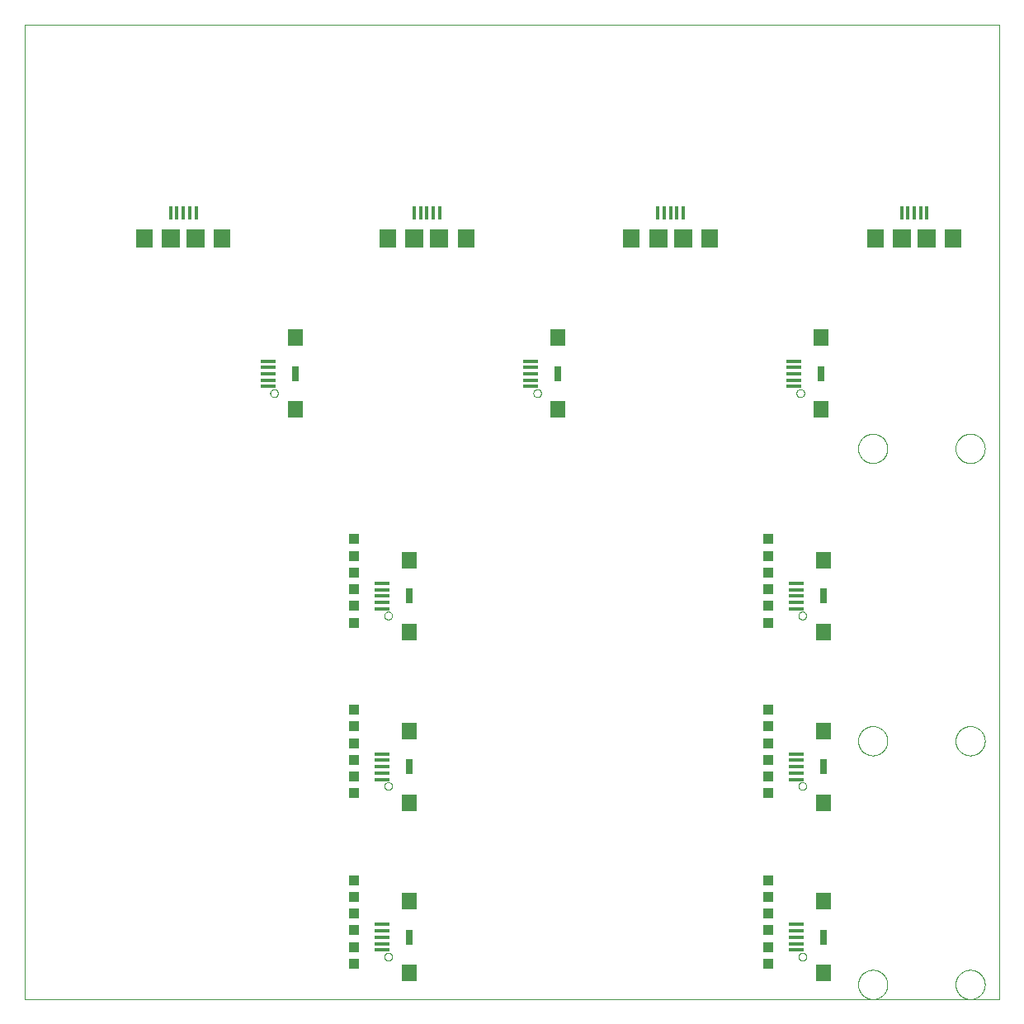
<source format=gbp>
G75*
%MOIN*%
%OFA0B0*%
%FSLAX25Y25*%
%IPPOS*%
%LPD*%
%AMOC8*
5,1,8,0,0,1.08239X$1,22.5*
%
%ADD10C,0.00394*%
%ADD11C,0.00000*%
%ADD12R,0.03937X0.04331*%
%ADD13R,0.06299X0.01575*%
%ADD14R,0.05906X0.07087*%
%ADD15R,0.02756X0.05906*%
%ADD16R,0.01378X0.05512*%
%ADD17R,0.07087X0.07480*%
%ADD18R,0.07480X0.07480*%
D10*
X0004937Y0004937D02*
X0398638Y0004937D01*
X0398638Y0398638D01*
X0004937Y0398638D01*
X0004937Y0004937D01*
D11*
X0150118Y0022063D02*
X0150120Y0022142D01*
X0150126Y0022221D01*
X0150136Y0022300D01*
X0150150Y0022378D01*
X0150167Y0022455D01*
X0150189Y0022531D01*
X0150214Y0022606D01*
X0150244Y0022679D01*
X0150276Y0022751D01*
X0150313Y0022822D01*
X0150353Y0022890D01*
X0150396Y0022956D01*
X0150442Y0023020D01*
X0150492Y0023082D01*
X0150545Y0023141D01*
X0150600Y0023197D01*
X0150659Y0023251D01*
X0150720Y0023301D01*
X0150783Y0023349D01*
X0150849Y0023393D01*
X0150917Y0023434D01*
X0150987Y0023471D01*
X0151058Y0023505D01*
X0151132Y0023535D01*
X0151206Y0023561D01*
X0151282Y0023583D01*
X0151359Y0023602D01*
X0151437Y0023617D01*
X0151515Y0023628D01*
X0151594Y0023635D01*
X0151673Y0023638D01*
X0151752Y0023637D01*
X0151831Y0023632D01*
X0151910Y0023623D01*
X0151988Y0023610D01*
X0152065Y0023593D01*
X0152142Y0023573D01*
X0152217Y0023548D01*
X0152291Y0023520D01*
X0152364Y0023488D01*
X0152434Y0023453D01*
X0152503Y0023414D01*
X0152570Y0023371D01*
X0152635Y0023325D01*
X0152697Y0023277D01*
X0152757Y0023225D01*
X0152814Y0023170D01*
X0152868Y0023112D01*
X0152919Y0023052D01*
X0152967Y0022989D01*
X0153012Y0022924D01*
X0153054Y0022856D01*
X0153092Y0022787D01*
X0153126Y0022716D01*
X0153157Y0022643D01*
X0153185Y0022568D01*
X0153208Y0022493D01*
X0153228Y0022416D01*
X0153244Y0022339D01*
X0153256Y0022260D01*
X0153264Y0022182D01*
X0153268Y0022103D01*
X0153268Y0022023D01*
X0153264Y0021944D01*
X0153256Y0021866D01*
X0153244Y0021787D01*
X0153228Y0021710D01*
X0153208Y0021633D01*
X0153185Y0021558D01*
X0153157Y0021483D01*
X0153126Y0021410D01*
X0153092Y0021339D01*
X0153054Y0021270D01*
X0153012Y0021202D01*
X0152967Y0021137D01*
X0152919Y0021074D01*
X0152868Y0021014D01*
X0152814Y0020956D01*
X0152757Y0020901D01*
X0152697Y0020849D01*
X0152635Y0020801D01*
X0152570Y0020755D01*
X0152503Y0020712D01*
X0152434Y0020673D01*
X0152364Y0020638D01*
X0152291Y0020606D01*
X0152217Y0020578D01*
X0152142Y0020553D01*
X0152065Y0020533D01*
X0151988Y0020516D01*
X0151910Y0020503D01*
X0151831Y0020494D01*
X0151752Y0020489D01*
X0151673Y0020488D01*
X0151594Y0020491D01*
X0151515Y0020498D01*
X0151437Y0020509D01*
X0151359Y0020524D01*
X0151282Y0020543D01*
X0151206Y0020565D01*
X0151132Y0020591D01*
X0151058Y0020621D01*
X0150987Y0020655D01*
X0150917Y0020692D01*
X0150849Y0020733D01*
X0150783Y0020777D01*
X0150720Y0020825D01*
X0150659Y0020875D01*
X0150600Y0020929D01*
X0150545Y0020985D01*
X0150492Y0021044D01*
X0150442Y0021106D01*
X0150396Y0021170D01*
X0150353Y0021236D01*
X0150313Y0021304D01*
X0150276Y0021375D01*
X0150244Y0021447D01*
X0150214Y0021520D01*
X0150189Y0021595D01*
X0150167Y0021671D01*
X0150150Y0021748D01*
X0150136Y0021826D01*
X0150126Y0021905D01*
X0150120Y0021984D01*
X0150118Y0022063D01*
X0150118Y0090961D02*
X0150120Y0091040D01*
X0150126Y0091119D01*
X0150136Y0091198D01*
X0150150Y0091276D01*
X0150167Y0091353D01*
X0150189Y0091429D01*
X0150214Y0091504D01*
X0150244Y0091577D01*
X0150276Y0091649D01*
X0150313Y0091720D01*
X0150353Y0091788D01*
X0150396Y0091854D01*
X0150442Y0091918D01*
X0150492Y0091980D01*
X0150545Y0092039D01*
X0150600Y0092095D01*
X0150659Y0092149D01*
X0150720Y0092199D01*
X0150783Y0092247D01*
X0150849Y0092291D01*
X0150917Y0092332D01*
X0150987Y0092369D01*
X0151058Y0092403D01*
X0151132Y0092433D01*
X0151206Y0092459D01*
X0151282Y0092481D01*
X0151359Y0092500D01*
X0151437Y0092515D01*
X0151515Y0092526D01*
X0151594Y0092533D01*
X0151673Y0092536D01*
X0151752Y0092535D01*
X0151831Y0092530D01*
X0151910Y0092521D01*
X0151988Y0092508D01*
X0152065Y0092491D01*
X0152142Y0092471D01*
X0152217Y0092446D01*
X0152291Y0092418D01*
X0152364Y0092386D01*
X0152434Y0092351D01*
X0152503Y0092312D01*
X0152570Y0092269D01*
X0152635Y0092223D01*
X0152697Y0092175D01*
X0152757Y0092123D01*
X0152814Y0092068D01*
X0152868Y0092010D01*
X0152919Y0091950D01*
X0152967Y0091887D01*
X0153012Y0091822D01*
X0153054Y0091754D01*
X0153092Y0091685D01*
X0153126Y0091614D01*
X0153157Y0091541D01*
X0153185Y0091466D01*
X0153208Y0091391D01*
X0153228Y0091314D01*
X0153244Y0091237D01*
X0153256Y0091158D01*
X0153264Y0091080D01*
X0153268Y0091001D01*
X0153268Y0090921D01*
X0153264Y0090842D01*
X0153256Y0090764D01*
X0153244Y0090685D01*
X0153228Y0090608D01*
X0153208Y0090531D01*
X0153185Y0090456D01*
X0153157Y0090381D01*
X0153126Y0090308D01*
X0153092Y0090237D01*
X0153054Y0090168D01*
X0153012Y0090100D01*
X0152967Y0090035D01*
X0152919Y0089972D01*
X0152868Y0089912D01*
X0152814Y0089854D01*
X0152757Y0089799D01*
X0152697Y0089747D01*
X0152635Y0089699D01*
X0152570Y0089653D01*
X0152503Y0089610D01*
X0152434Y0089571D01*
X0152364Y0089536D01*
X0152291Y0089504D01*
X0152217Y0089476D01*
X0152142Y0089451D01*
X0152065Y0089431D01*
X0151988Y0089414D01*
X0151910Y0089401D01*
X0151831Y0089392D01*
X0151752Y0089387D01*
X0151673Y0089386D01*
X0151594Y0089389D01*
X0151515Y0089396D01*
X0151437Y0089407D01*
X0151359Y0089422D01*
X0151282Y0089441D01*
X0151206Y0089463D01*
X0151132Y0089489D01*
X0151058Y0089519D01*
X0150987Y0089553D01*
X0150917Y0089590D01*
X0150849Y0089631D01*
X0150783Y0089675D01*
X0150720Y0089723D01*
X0150659Y0089773D01*
X0150600Y0089827D01*
X0150545Y0089883D01*
X0150492Y0089942D01*
X0150442Y0090004D01*
X0150396Y0090068D01*
X0150353Y0090134D01*
X0150313Y0090202D01*
X0150276Y0090273D01*
X0150244Y0090345D01*
X0150214Y0090418D01*
X0150189Y0090493D01*
X0150167Y0090569D01*
X0150150Y0090646D01*
X0150136Y0090724D01*
X0150126Y0090803D01*
X0150120Y0090882D01*
X0150118Y0090961D01*
X0150118Y0159858D02*
X0150120Y0159937D01*
X0150126Y0160016D01*
X0150136Y0160095D01*
X0150150Y0160173D01*
X0150167Y0160250D01*
X0150189Y0160326D01*
X0150214Y0160401D01*
X0150244Y0160474D01*
X0150276Y0160546D01*
X0150313Y0160617D01*
X0150353Y0160685D01*
X0150396Y0160751D01*
X0150442Y0160815D01*
X0150492Y0160877D01*
X0150545Y0160936D01*
X0150600Y0160992D01*
X0150659Y0161046D01*
X0150720Y0161096D01*
X0150783Y0161144D01*
X0150849Y0161188D01*
X0150917Y0161229D01*
X0150987Y0161266D01*
X0151058Y0161300D01*
X0151132Y0161330D01*
X0151206Y0161356D01*
X0151282Y0161378D01*
X0151359Y0161397D01*
X0151437Y0161412D01*
X0151515Y0161423D01*
X0151594Y0161430D01*
X0151673Y0161433D01*
X0151752Y0161432D01*
X0151831Y0161427D01*
X0151910Y0161418D01*
X0151988Y0161405D01*
X0152065Y0161388D01*
X0152142Y0161368D01*
X0152217Y0161343D01*
X0152291Y0161315D01*
X0152364Y0161283D01*
X0152434Y0161248D01*
X0152503Y0161209D01*
X0152570Y0161166D01*
X0152635Y0161120D01*
X0152697Y0161072D01*
X0152757Y0161020D01*
X0152814Y0160965D01*
X0152868Y0160907D01*
X0152919Y0160847D01*
X0152967Y0160784D01*
X0153012Y0160719D01*
X0153054Y0160651D01*
X0153092Y0160582D01*
X0153126Y0160511D01*
X0153157Y0160438D01*
X0153185Y0160363D01*
X0153208Y0160288D01*
X0153228Y0160211D01*
X0153244Y0160134D01*
X0153256Y0160055D01*
X0153264Y0159977D01*
X0153268Y0159898D01*
X0153268Y0159818D01*
X0153264Y0159739D01*
X0153256Y0159661D01*
X0153244Y0159582D01*
X0153228Y0159505D01*
X0153208Y0159428D01*
X0153185Y0159353D01*
X0153157Y0159278D01*
X0153126Y0159205D01*
X0153092Y0159134D01*
X0153054Y0159065D01*
X0153012Y0158997D01*
X0152967Y0158932D01*
X0152919Y0158869D01*
X0152868Y0158809D01*
X0152814Y0158751D01*
X0152757Y0158696D01*
X0152697Y0158644D01*
X0152635Y0158596D01*
X0152570Y0158550D01*
X0152503Y0158507D01*
X0152434Y0158468D01*
X0152364Y0158433D01*
X0152291Y0158401D01*
X0152217Y0158373D01*
X0152142Y0158348D01*
X0152065Y0158328D01*
X0151988Y0158311D01*
X0151910Y0158298D01*
X0151831Y0158289D01*
X0151752Y0158284D01*
X0151673Y0158283D01*
X0151594Y0158286D01*
X0151515Y0158293D01*
X0151437Y0158304D01*
X0151359Y0158319D01*
X0151282Y0158338D01*
X0151206Y0158360D01*
X0151132Y0158386D01*
X0151058Y0158416D01*
X0150987Y0158450D01*
X0150917Y0158487D01*
X0150849Y0158528D01*
X0150783Y0158572D01*
X0150720Y0158620D01*
X0150659Y0158670D01*
X0150600Y0158724D01*
X0150545Y0158780D01*
X0150492Y0158839D01*
X0150442Y0158901D01*
X0150396Y0158965D01*
X0150353Y0159031D01*
X0150313Y0159099D01*
X0150276Y0159170D01*
X0150244Y0159242D01*
X0150214Y0159315D01*
X0150189Y0159390D01*
X0150167Y0159466D01*
X0150150Y0159543D01*
X0150136Y0159621D01*
X0150126Y0159700D01*
X0150120Y0159779D01*
X0150118Y0159858D01*
X0104039Y0249709D02*
X0104041Y0249788D01*
X0104047Y0249867D01*
X0104057Y0249946D01*
X0104071Y0250024D01*
X0104088Y0250101D01*
X0104110Y0250177D01*
X0104135Y0250252D01*
X0104165Y0250325D01*
X0104197Y0250397D01*
X0104234Y0250468D01*
X0104274Y0250536D01*
X0104317Y0250602D01*
X0104363Y0250666D01*
X0104413Y0250728D01*
X0104466Y0250787D01*
X0104521Y0250843D01*
X0104580Y0250897D01*
X0104641Y0250947D01*
X0104704Y0250995D01*
X0104770Y0251039D01*
X0104838Y0251080D01*
X0104908Y0251117D01*
X0104979Y0251151D01*
X0105053Y0251181D01*
X0105127Y0251207D01*
X0105203Y0251229D01*
X0105280Y0251248D01*
X0105358Y0251263D01*
X0105436Y0251274D01*
X0105515Y0251281D01*
X0105594Y0251284D01*
X0105673Y0251283D01*
X0105752Y0251278D01*
X0105831Y0251269D01*
X0105909Y0251256D01*
X0105986Y0251239D01*
X0106063Y0251219D01*
X0106138Y0251194D01*
X0106212Y0251166D01*
X0106285Y0251134D01*
X0106355Y0251099D01*
X0106424Y0251060D01*
X0106491Y0251017D01*
X0106556Y0250971D01*
X0106618Y0250923D01*
X0106678Y0250871D01*
X0106735Y0250816D01*
X0106789Y0250758D01*
X0106840Y0250698D01*
X0106888Y0250635D01*
X0106933Y0250570D01*
X0106975Y0250502D01*
X0107013Y0250433D01*
X0107047Y0250362D01*
X0107078Y0250289D01*
X0107106Y0250214D01*
X0107129Y0250139D01*
X0107149Y0250062D01*
X0107165Y0249985D01*
X0107177Y0249906D01*
X0107185Y0249828D01*
X0107189Y0249749D01*
X0107189Y0249669D01*
X0107185Y0249590D01*
X0107177Y0249512D01*
X0107165Y0249433D01*
X0107149Y0249356D01*
X0107129Y0249279D01*
X0107106Y0249204D01*
X0107078Y0249129D01*
X0107047Y0249056D01*
X0107013Y0248985D01*
X0106975Y0248916D01*
X0106933Y0248848D01*
X0106888Y0248783D01*
X0106840Y0248720D01*
X0106789Y0248660D01*
X0106735Y0248602D01*
X0106678Y0248547D01*
X0106618Y0248495D01*
X0106556Y0248447D01*
X0106491Y0248401D01*
X0106424Y0248358D01*
X0106355Y0248319D01*
X0106285Y0248284D01*
X0106212Y0248252D01*
X0106138Y0248224D01*
X0106063Y0248199D01*
X0105986Y0248179D01*
X0105909Y0248162D01*
X0105831Y0248149D01*
X0105752Y0248140D01*
X0105673Y0248135D01*
X0105594Y0248134D01*
X0105515Y0248137D01*
X0105436Y0248144D01*
X0105358Y0248155D01*
X0105280Y0248170D01*
X0105203Y0248189D01*
X0105127Y0248211D01*
X0105053Y0248237D01*
X0104979Y0248267D01*
X0104908Y0248301D01*
X0104838Y0248338D01*
X0104770Y0248379D01*
X0104704Y0248423D01*
X0104641Y0248471D01*
X0104580Y0248521D01*
X0104521Y0248575D01*
X0104466Y0248631D01*
X0104413Y0248690D01*
X0104363Y0248752D01*
X0104317Y0248816D01*
X0104274Y0248882D01*
X0104234Y0248950D01*
X0104197Y0249021D01*
X0104165Y0249093D01*
X0104135Y0249166D01*
X0104110Y0249241D01*
X0104088Y0249317D01*
X0104071Y0249394D01*
X0104057Y0249472D01*
X0104047Y0249551D01*
X0104041Y0249630D01*
X0104039Y0249709D01*
X0210338Y0249709D02*
X0210340Y0249788D01*
X0210346Y0249867D01*
X0210356Y0249946D01*
X0210370Y0250024D01*
X0210387Y0250101D01*
X0210409Y0250177D01*
X0210434Y0250252D01*
X0210464Y0250325D01*
X0210496Y0250397D01*
X0210533Y0250468D01*
X0210573Y0250536D01*
X0210616Y0250602D01*
X0210662Y0250666D01*
X0210712Y0250728D01*
X0210765Y0250787D01*
X0210820Y0250843D01*
X0210879Y0250897D01*
X0210940Y0250947D01*
X0211003Y0250995D01*
X0211069Y0251039D01*
X0211137Y0251080D01*
X0211207Y0251117D01*
X0211278Y0251151D01*
X0211352Y0251181D01*
X0211426Y0251207D01*
X0211502Y0251229D01*
X0211579Y0251248D01*
X0211657Y0251263D01*
X0211735Y0251274D01*
X0211814Y0251281D01*
X0211893Y0251284D01*
X0211972Y0251283D01*
X0212051Y0251278D01*
X0212130Y0251269D01*
X0212208Y0251256D01*
X0212285Y0251239D01*
X0212362Y0251219D01*
X0212437Y0251194D01*
X0212511Y0251166D01*
X0212584Y0251134D01*
X0212654Y0251099D01*
X0212723Y0251060D01*
X0212790Y0251017D01*
X0212855Y0250971D01*
X0212917Y0250923D01*
X0212977Y0250871D01*
X0213034Y0250816D01*
X0213088Y0250758D01*
X0213139Y0250698D01*
X0213187Y0250635D01*
X0213232Y0250570D01*
X0213274Y0250502D01*
X0213312Y0250433D01*
X0213346Y0250362D01*
X0213377Y0250289D01*
X0213405Y0250214D01*
X0213428Y0250139D01*
X0213448Y0250062D01*
X0213464Y0249985D01*
X0213476Y0249906D01*
X0213484Y0249828D01*
X0213488Y0249749D01*
X0213488Y0249669D01*
X0213484Y0249590D01*
X0213476Y0249512D01*
X0213464Y0249433D01*
X0213448Y0249356D01*
X0213428Y0249279D01*
X0213405Y0249204D01*
X0213377Y0249129D01*
X0213346Y0249056D01*
X0213312Y0248985D01*
X0213274Y0248916D01*
X0213232Y0248848D01*
X0213187Y0248783D01*
X0213139Y0248720D01*
X0213088Y0248660D01*
X0213034Y0248602D01*
X0212977Y0248547D01*
X0212917Y0248495D01*
X0212855Y0248447D01*
X0212790Y0248401D01*
X0212723Y0248358D01*
X0212654Y0248319D01*
X0212584Y0248284D01*
X0212511Y0248252D01*
X0212437Y0248224D01*
X0212362Y0248199D01*
X0212285Y0248179D01*
X0212208Y0248162D01*
X0212130Y0248149D01*
X0212051Y0248140D01*
X0211972Y0248135D01*
X0211893Y0248134D01*
X0211814Y0248137D01*
X0211735Y0248144D01*
X0211657Y0248155D01*
X0211579Y0248170D01*
X0211502Y0248189D01*
X0211426Y0248211D01*
X0211352Y0248237D01*
X0211278Y0248267D01*
X0211207Y0248301D01*
X0211137Y0248338D01*
X0211069Y0248379D01*
X0211003Y0248423D01*
X0210940Y0248471D01*
X0210879Y0248521D01*
X0210820Y0248575D01*
X0210765Y0248631D01*
X0210712Y0248690D01*
X0210662Y0248752D01*
X0210616Y0248816D01*
X0210573Y0248882D01*
X0210533Y0248950D01*
X0210496Y0249021D01*
X0210464Y0249093D01*
X0210434Y0249166D01*
X0210409Y0249241D01*
X0210387Y0249317D01*
X0210370Y0249394D01*
X0210356Y0249472D01*
X0210346Y0249551D01*
X0210340Y0249630D01*
X0210338Y0249709D01*
X0316638Y0249709D02*
X0316640Y0249788D01*
X0316646Y0249867D01*
X0316656Y0249946D01*
X0316670Y0250024D01*
X0316687Y0250101D01*
X0316709Y0250177D01*
X0316734Y0250252D01*
X0316764Y0250325D01*
X0316796Y0250397D01*
X0316833Y0250468D01*
X0316873Y0250536D01*
X0316916Y0250602D01*
X0316962Y0250666D01*
X0317012Y0250728D01*
X0317065Y0250787D01*
X0317120Y0250843D01*
X0317179Y0250897D01*
X0317240Y0250947D01*
X0317303Y0250995D01*
X0317369Y0251039D01*
X0317437Y0251080D01*
X0317507Y0251117D01*
X0317578Y0251151D01*
X0317652Y0251181D01*
X0317726Y0251207D01*
X0317802Y0251229D01*
X0317879Y0251248D01*
X0317957Y0251263D01*
X0318035Y0251274D01*
X0318114Y0251281D01*
X0318193Y0251284D01*
X0318272Y0251283D01*
X0318351Y0251278D01*
X0318430Y0251269D01*
X0318508Y0251256D01*
X0318585Y0251239D01*
X0318662Y0251219D01*
X0318737Y0251194D01*
X0318811Y0251166D01*
X0318884Y0251134D01*
X0318954Y0251099D01*
X0319023Y0251060D01*
X0319090Y0251017D01*
X0319155Y0250971D01*
X0319217Y0250923D01*
X0319277Y0250871D01*
X0319334Y0250816D01*
X0319388Y0250758D01*
X0319439Y0250698D01*
X0319487Y0250635D01*
X0319532Y0250570D01*
X0319574Y0250502D01*
X0319612Y0250433D01*
X0319646Y0250362D01*
X0319677Y0250289D01*
X0319705Y0250214D01*
X0319728Y0250139D01*
X0319748Y0250062D01*
X0319764Y0249985D01*
X0319776Y0249906D01*
X0319784Y0249828D01*
X0319788Y0249749D01*
X0319788Y0249669D01*
X0319784Y0249590D01*
X0319776Y0249512D01*
X0319764Y0249433D01*
X0319748Y0249356D01*
X0319728Y0249279D01*
X0319705Y0249204D01*
X0319677Y0249129D01*
X0319646Y0249056D01*
X0319612Y0248985D01*
X0319574Y0248916D01*
X0319532Y0248848D01*
X0319487Y0248783D01*
X0319439Y0248720D01*
X0319388Y0248660D01*
X0319334Y0248602D01*
X0319277Y0248547D01*
X0319217Y0248495D01*
X0319155Y0248447D01*
X0319090Y0248401D01*
X0319023Y0248358D01*
X0318954Y0248319D01*
X0318884Y0248284D01*
X0318811Y0248252D01*
X0318737Y0248224D01*
X0318662Y0248199D01*
X0318585Y0248179D01*
X0318508Y0248162D01*
X0318430Y0248149D01*
X0318351Y0248140D01*
X0318272Y0248135D01*
X0318193Y0248134D01*
X0318114Y0248137D01*
X0318035Y0248144D01*
X0317957Y0248155D01*
X0317879Y0248170D01*
X0317802Y0248189D01*
X0317726Y0248211D01*
X0317652Y0248237D01*
X0317578Y0248267D01*
X0317507Y0248301D01*
X0317437Y0248338D01*
X0317369Y0248379D01*
X0317303Y0248423D01*
X0317240Y0248471D01*
X0317179Y0248521D01*
X0317120Y0248575D01*
X0317065Y0248631D01*
X0317012Y0248690D01*
X0316962Y0248752D01*
X0316916Y0248816D01*
X0316873Y0248882D01*
X0316833Y0248950D01*
X0316796Y0249021D01*
X0316764Y0249093D01*
X0316734Y0249166D01*
X0316709Y0249241D01*
X0316687Y0249317D01*
X0316670Y0249394D01*
X0316656Y0249472D01*
X0316646Y0249551D01*
X0316640Y0249630D01*
X0316638Y0249709D01*
X0341551Y0227378D02*
X0341553Y0227531D01*
X0341559Y0227685D01*
X0341569Y0227838D01*
X0341583Y0227990D01*
X0341601Y0228143D01*
X0341623Y0228294D01*
X0341648Y0228445D01*
X0341678Y0228596D01*
X0341712Y0228746D01*
X0341749Y0228894D01*
X0341790Y0229042D01*
X0341835Y0229188D01*
X0341884Y0229334D01*
X0341937Y0229478D01*
X0341993Y0229620D01*
X0342053Y0229761D01*
X0342117Y0229901D01*
X0342184Y0230039D01*
X0342255Y0230175D01*
X0342330Y0230309D01*
X0342407Y0230441D01*
X0342489Y0230571D01*
X0342573Y0230699D01*
X0342661Y0230825D01*
X0342752Y0230948D01*
X0342846Y0231069D01*
X0342944Y0231187D01*
X0343044Y0231303D01*
X0343148Y0231416D01*
X0343254Y0231527D01*
X0343363Y0231635D01*
X0343475Y0231740D01*
X0343589Y0231841D01*
X0343707Y0231940D01*
X0343826Y0232036D01*
X0343948Y0232129D01*
X0344073Y0232218D01*
X0344200Y0232305D01*
X0344329Y0232387D01*
X0344460Y0232467D01*
X0344593Y0232543D01*
X0344728Y0232616D01*
X0344865Y0232685D01*
X0345004Y0232750D01*
X0345144Y0232812D01*
X0345286Y0232870D01*
X0345429Y0232925D01*
X0345574Y0232976D01*
X0345720Y0233023D01*
X0345867Y0233066D01*
X0346015Y0233105D01*
X0346164Y0233141D01*
X0346314Y0233172D01*
X0346465Y0233200D01*
X0346616Y0233224D01*
X0346769Y0233244D01*
X0346921Y0233260D01*
X0347074Y0233272D01*
X0347227Y0233280D01*
X0347380Y0233284D01*
X0347534Y0233284D01*
X0347687Y0233280D01*
X0347840Y0233272D01*
X0347993Y0233260D01*
X0348145Y0233244D01*
X0348298Y0233224D01*
X0348449Y0233200D01*
X0348600Y0233172D01*
X0348750Y0233141D01*
X0348899Y0233105D01*
X0349047Y0233066D01*
X0349194Y0233023D01*
X0349340Y0232976D01*
X0349485Y0232925D01*
X0349628Y0232870D01*
X0349770Y0232812D01*
X0349910Y0232750D01*
X0350049Y0232685D01*
X0350186Y0232616D01*
X0350321Y0232543D01*
X0350454Y0232467D01*
X0350585Y0232387D01*
X0350714Y0232305D01*
X0350841Y0232218D01*
X0350966Y0232129D01*
X0351088Y0232036D01*
X0351207Y0231940D01*
X0351325Y0231841D01*
X0351439Y0231740D01*
X0351551Y0231635D01*
X0351660Y0231527D01*
X0351766Y0231416D01*
X0351870Y0231303D01*
X0351970Y0231187D01*
X0352068Y0231069D01*
X0352162Y0230948D01*
X0352253Y0230825D01*
X0352341Y0230699D01*
X0352425Y0230571D01*
X0352507Y0230441D01*
X0352584Y0230309D01*
X0352659Y0230175D01*
X0352730Y0230039D01*
X0352797Y0229901D01*
X0352861Y0229761D01*
X0352921Y0229620D01*
X0352977Y0229478D01*
X0353030Y0229334D01*
X0353079Y0229188D01*
X0353124Y0229042D01*
X0353165Y0228894D01*
X0353202Y0228746D01*
X0353236Y0228596D01*
X0353266Y0228445D01*
X0353291Y0228294D01*
X0353313Y0228143D01*
X0353331Y0227990D01*
X0353345Y0227838D01*
X0353355Y0227685D01*
X0353361Y0227531D01*
X0353363Y0227378D01*
X0353361Y0227225D01*
X0353355Y0227071D01*
X0353345Y0226918D01*
X0353331Y0226766D01*
X0353313Y0226613D01*
X0353291Y0226462D01*
X0353266Y0226311D01*
X0353236Y0226160D01*
X0353202Y0226010D01*
X0353165Y0225862D01*
X0353124Y0225714D01*
X0353079Y0225568D01*
X0353030Y0225422D01*
X0352977Y0225278D01*
X0352921Y0225136D01*
X0352861Y0224995D01*
X0352797Y0224855D01*
X0352730Y0224717D01*
X0352659Y0224581D01*
X0352584Y0224447D01*
X0352507Y0224315D01*
X0352425Y0224185D01*
X0352341Y0224057D01*
X0352253Y0223931D01*
X0352162Y0223808D01*
X0352068Y0223687D01*
X0351970Y0223569D01*
X0351870Y0223453D01*
X0351766Y0223340D01*
X0351660Y0223229D01*
X0351551Y0223121D01*
X0351439Y0223016D01*
X0351325Y0222915D01*
X0351207Y0222816D01*
X0351088Y0222720D01*
X0350966Y0222627D01*
X0350841Y0222538D01*
X0350714Y0222451D01*
X0350585Y0222369D01*
X0350454Y0222289D01*
X0350321Y0222213D01*
X0350186Y0222140D01*
X0350049Y0222071D01*
X0349910Y0222006D01*
X0349770Y0221944D01*
X0349628Y0221886D01*
X0349485Y0221831D01*
X0349340Y0221780D01*
X0349194Y0221733D01*
X0349047Y0221690D01*
X0348899Y0221651D01*
X0348750Y0221615D01*
X0348600Y0221584D01*
X0348449Y0221556D01*
X0348298Y0221532D01*
X0348145Y0221512D01*
X0347993Y0221496D01*
X0347840Y0221484D01*
X0347687Y0221476D01*
X0347534Y0221472D01*
X0347380Y0221472D01*
X0347227Y0221476D01*
X0347074Y0221484D01*
X0346921Y0221496D01*
X0346769Y0221512D01*
X0346616Y0221532D01*
X0346465Y0221556D01*
X0346314Y0221584D01*
X0346164Y0221615D01*
X0346015Y0221651D01*
X0345867Y0221690D01*
X0345720Y0221733D01*
X0345574Y0221780D01*
X0345429Y0221831D01*
X0345286Y0221886D01*
X0345144Y0221944D01*
X0345004Y0222006D01*
X0344865Y0222071D01*
X0344728Y0222140D01*
X0344593Y0222213D01*
X0344460Y0222289D01*
X0344329Y0222369D01*
X0344200Y0222451D01*
X0344073Y0222538D01*
X0343948Y0222627D01*
X0343826Y0222720D01*
X0343707Y0222816D01*
X0343589Y0222915D01*
X0343475Y0223016D01*
X0343363Y0223121D01*
X0343254Y0223229D01*
X0343148Y0223340D01*
X0343044Y0223453D01*
X0342944Y0223569D01*
X0342846Y0223687D01*
X0342752Y0223808D01*
X0342661Y0223931D01*
X0342573Y0224057D01*
X0342489Y0224185D01*
X0342407Y0224315D01*
X0342330Y0224447D01*
X0342255Y0224581D01*
X0342184Y0224717D01*
X0342117Y0224855D01*
X0342053Y0224995D01*
X0341993Y0225136D01*
X0341937Y0225278D01*
X0341884Y0225422D01*
X0341835Y0225568D01*
X0341790Y0225714D01*
X0341749Y0225862D01*
X0341712Y0226010D01*
X0341678Y0226160D01*
X0341648Y0226311D01*
X0341623Y0226462D01*
X0341601Y0226613D01*
X0341583Y0226766D01*
X0341569Y0226918D01*
X0341559Y0227071D01*
X0341553Y0227225D01*
X0341551Y0227378D01*
X0380921Y0227378D02*
X0380923Y0227531D01*
X0380929Y0227685D01*
X0380939Y0227838D01*
X0380953Y0227990D01*
X0380971Y0228143D01*
X0380993Y0228294D01*
X0381018Y0228445D01*
X0381048Y0228596D01*
X0381082Y0228746D01*
X0381119Y0228894D01*
X0381160Y0229042D01*
X0381205Y0229188D01*
X0381254Y0229334D01*
X0381307Y0229478D01*
X0381363Y0229620D01*
X0381423Y0229761D01*
X0381487Y0229901D01*
X0381554Y0230039D01*
X0381625Y0230175D01*
X0381700Y0230309D01*
X0381777Y0230441D01*
X0381859Y0230571D01*
X0381943Y0230699D01*
X0382031Y0230825D01*
X0382122Y0230948D01*
X0382216Y0231069D01*
X0382314Y0231187D01*
X0382414Y0231303D01*
X0382518Y0231416D01*
X0382624Y0231527D01*
X0382733Y0231635D01*
X0382845Y0231740D01*
X0382959Y0231841D01*
X0383077Y0231940D01*
X0383196Y0232036D01*
X0383318Y0232129D01*
X0383443Y0232218D01*
X0383570Y0232305D01*
X0383699Y0232387D01*
X0383830Y0232467D01*
X0383963Y0232543D01*
X0384098Y0232616D01*
X0384235Y0232685D01*
X0384374Y0232750D01*
X0384514Y0232812D01*
X0384656Y0232870D01*
X0384799Y0232925D01*
X0384944Y0232976D01*
X0385090Y0233023D01*
X0385237Y0233066D01*
X0385385Y0233105D01*
X0385534Y0233141D01*
X0385684Y0233172D01*
X0385835Y0233200D01*
X0385986Y0233224D01*
X0386139Y0233244D01*
X0386291Y0233260D01*
X0386444Y0233272D01*
X0386597Y0233280D01*
X0386750Y0233284D01*
X0386904Y0233284D01*
X0387057Y0233280D01*
X0387210Y0233272D01*
X0387363Y0233260D01*
X0387515Y0233244D01*
X0387668Y0233224D01*
X0387819Y0233200D01*
X0387970Y0233172D01*
X0388120Y0233141D01*
X0388269Y0233105D01*
X0388417Y0233066D01*
X0388564Y0233023D01*
X0388710Y0232976D01*
X0388855Y0232925D01*
X0388998Y0232870D01*
X0389140Y0232812D01*
X0389280Y0232750D01*
X0389419Y0232685D01*
X0389556Y0232616D01*
X0389691Y0232543D01*
X0389824Y0232467D01*
X0389955Y0232387D01*
X0390084Y0232305D01*
X0390211Y0232218D01*
X0390336Y0232129D01*
X0390458Y0232036D01*
X0390577Y0231940D01*
X0390695Y0231841D01*
X0390809Y0231740D01*
X0390921Y0231635D01*
X0391030Y0231527D01*
X0391136Y0231416D01*
X0391240Y0231303D01*
X0391340Y0231187D01*
X0391438Y0231069D01*
X0391532Y0230948D01*
X0391623Y0230825D01*
X0391711Y0230699D01*
X0391795Y0230571D01*
X0391877Y0230441D01*
X0391954Y0230309D01*
X0392029Y0230175D01*
X0392100Y0230039D01*
X0392167Y0229901D01*
X0392231Y0229761D01*
X0392291Y0229620D01*
X0392347Y0229478D01*
X0392400Y0229334D01*
X0392449Y0229188D01*
X0392494Y0229042D01*
X0392535Y0228894D01*
X0392572Y0228746D01*
X0392606Y0228596D01*
X0392636Y0228445D01*
X0392661Y0228294D01*
X0392683Y0228143D01*
X0392701Y0227990D01*
X0392715Y0227838D01*
X0392725Y0227685D01*
X0392731Y0227531D01*
X0392733Y0227378D01*
X0392731Y0227225D01*
X0392725Y0227071D01*
X0392715Y0226918D01*
X0392701Y0226766D01*
X0392683Y0226613D01*
X0392661Y0226462D01*
X0392636Y0226311D01*
X0392606Y0226160D01*
X0392572Y0226010D01*
X0392535Y0225862D01*
X0392494Y0225714D01*
X0392449Y0225568D01*
X0392400Y0225422D01*
X0392347Y0225278D01*
X0392291Y0225136D01*
X0392231Y0224995D01*
X0392167Y0224855D01*
X0392100Y0224717D01*
X0392029Y0224581D01*
X0391954Y0224447D01*
X0391877Y0224315D01*
X0391795Y0224185D01*
X0391711Y0224057D01*
X0391623Y0223931D01*
X0391532Y0223808D01*
X0391438Y0223687D01*
X0391340Y0223569D01*
X0391240Y0223453D01*
X0391136Y0223340D01*
X0391030Y0223229D01*
X0390921Y0223121D01*
X0390809Y0223016D01*
X0390695Y0222915D01*
X0390577Y0222816D01*
X0390458Y0222720D01*
X0390336Y0222627D01*
X0390211Y0222538D01*
X0390084Y0222451D01*
X0389955Y0222369D01*
X0389824Y0222289D01*
X0389691Y0222213D01*
X0389556Y0222140D01*
X0389419Y0222071D01*
X0389280Y0222006D01*
X0389140Y0221944D01*
X0388998Y0221886D01*
X0388855Y0221831D01*
X0388710Y0221780D01*
X0388564Y0221733D01*
X0388417Y0221690D01*
X0388269Y0221651D01*
X0388120Y0221615D01*
X0387970Y0221584D01*
X0387819Y0221556D01*
X0387668Y0221532D01*
X0387515Y0221512D01*
X0387363Y0221496D01*
X0387210Y0221484D01*
X0387057Y0221476D01*
X0386904Y0221472D01*
X0386750Y0221472D01*
X0386597Y0221476D01*
X0386444Y0221484D01*
X0386291Y0221496D01*
X0386139Y0221512D01*
X0385986Y0221532D01*
X0385835Y0221556D01*
X0385684Y0221584D01*
X0385534Y0221615D01*
X0385385Y0221651D01*
X0385237Y0221690D01*
X0385090Y0221733D01*
X0384944Y0221780D01*
X0384799Y0221831D01*
X0384656Y0221886D01*
X0384514Y0221944D01*
X0384374Y0222006D01*
X0384235Y0222071D01*
X0384098Y0222140D01*
X0383963Y0222213D01*
X0383830Y0222289D01*
X0383699Y0222369D01*
X0383570Y0222451D01*
X0383443Y0222538D01*
X0383318Y0222627D01*
X0383196Y0222720D01*
X0383077Y0222816D01*
X0382959Y0222915D01*
X0382845Y0223016D01*
X0382733Y0223121D01*
X0382624Y0223229D01*
X0382518Y0223340D01*
X0382414Y0223453D01*
X0382314Y0223569D01*
X0382216Y0223687D01*
X0382122Y0223808D01*
X0382031Y0223931D01*
X0381943Y0224057D01*
X0381859Y0224185D01*
X0381777Y0224315D01*
X0381700Y0224447D01*
X0381625Y0224581D01*
X0381554Y0224717D01*
X0381487Y0224855D01*
X0381423Y0224995D01*
X0381363Y0225136D01*
X0381307Y0225278D01*
X0381254Y0225422D01*
X0381205Y0225568D01*
X0381160Y0225714D01*
X0381119Y0225862D01*
X0381082Y0226010D01*
X0381048Y0226160D01*
X0381018Y0226311D01*
X0380993Y0226462D01*
X0380971Y0226613D01*
X0380953Y0226766D01*
X0380939Y0226918D01*
X0380929Y0227071D01*
X0380923Y0227225D01*
X0380921Y0227378D01*
X0317441Y0159858D02*
X0317443Y0159937D01*
X0317449Y0160016D01*
X0317459Y0160095D01*
X0317473Y0160173D01*
X0317490Y0160250D01*
X0317512Y0160326D01*
X0317537Y0160401D01*
X0317567Y0160474D01*
X0317599Y0160546D01*
X0317636Y0160617D01*
X0317676Y0160685D01*
X0317719Y0160751D01*
X0317765Y0160815D01*
X0317815Y0160877D01*
X0317868Y0160936D01*
X0317923Y0160992D01*
X0317982Y0161046D01*
X0318043Y0161096D01*
X0318106Y0161144D01*
X0318172Y0161188D01*
X0318240Y0161229D01*
X0318310Y0161266D01*
X0318381Y0161300D01*
X0318455Y0161330D01*
X0318529Y0161356D01*
X0318605Y0161378D01*
X0318682Y0161397D01*
X0318760Y0161412D01*
X0318838Y0161423D01*
X0318917Y0161430D01*
X0318996Y0161433D01*
X0319075Y0161432D01*
X0319154Y0161427D01*
X0319233Y0161418D01*
X0319311Y0161405D01*
X0319388Y0161388D01*
X0319465Y0161368D01*
X0319540Y0161343D01*
X0319614Y0161315D01*
X0319687Y0161283D01*
X0319757Y0161248D01*
X0319826Y0161209D01*
X0319893Y0161166D01*
X0319958Y0161120D01*
X0320020Y0161072D01*
X0320080Y0161020D01*
X0320137Y0160965D01*
X0320191Y0160907D01*
X0320242Y0160847D01*
X0320290Y0160784D01*
X0320335Y0160719D01*
X0320377Y0160651D01*
X0320415Y0160582D01*
X0320449Y0160511D01*
X0320480Y0160438D01*
X0320508Y0160363D01*
X0320531Y0160288D01*
X0320551Y0160211D01*
X0320567Y0160134D01*
X0320579Y0160055D01*
X0320587Y0159977D01*
X0320591Y0159898D01*
X0320591Y0159818D01*
X0320587Y0159739D01*
X0320579Y0159661D01*
X0320567Y0159582D01*
X0320551Y0159505D01*
X0320531Y0159428D01*
X0320508Y0159353D01*
X0320480Y0159278D01*
X0320449Y0159205D01*
X0320415Y0159134D01*
X0320377Y0159065D01*
X0320335Y0158997D01*
X0320290Y0158932D01*
X0320242Y0158869D01*
X0320191Y0158809D01*
X0320137Y0158751D01*
X0320080Y0158696D01*
X0320020Y0158644D01*
X0319958Y0158596D01*
X0319893Y0158550D01*
X0319826Y0158507D01*
X0319757Y0158468D01*
X0319687Y0158433D01*
X0319614Y0158401D01*
X0319540Y0158373D01*
X0319465Y0158348D01*
X0319388Y0158328D01*
X0319311Y0158311D01*
X0319233Y0158298D01*
X0319154Y0158289D01*
X0319075Y0158284D01*
X0318996Y0158283D01*
X0318917Y0158286D01*
X0318838Y0158293D01*
X0318760Y0158304D01*
X0318682Y0158319D01*
X0318605Y0158338D01*
X0318529Y0158360D01*
X0318455Y0158386D01*
X0318381Y0158416D01*
X0318310Y0158450D01*
X0318240Y0158487D01*
X0318172Y0158528D01*
X0318106Y0158572D01*
X0318043Y0158620D01*
X0317982Y0158670D01*
X0317923Y0158724D01*
X0317868Y0158780D01*
X0317815Y0158839D01*
X0317765Y0158901D01*
X0317719Y0158965D01*
X0317676Y0159031D01*
X0317636Y0159099D01*
X0317599Y0159170D01*
X0317567Y0159242D01*
X0317537Y0159315D01*
X0317512Y0159390D01*
X0317490Y0159466D01*
X0317473Y0159543D01*
X0317459Y0159621D01*
X0317449Y0159700D01*
X0317443Y0159779D01*
X0317441Y0159858D01*
X0341551Y0109268D02*
X0341553Y0109421D01*
X0341559Y0109575D01*
X0341569Y0109728D01*
X0341583Y0109880D01*
X0341601Y0110033D01*
X0341623Y0110184D01*
X0341648Y0110335D01*
X0341678Y0110486D01*
X0341712Y0110636D01*
X0341749Y0110784D01*
X0341790Y0110932D01*
X0341835Y0111078D01*
X0341884Y0111224D01*
X0341937Y0111368D01*
X0341993Y0111510D01*
X0342053Y0111651D01*
X0342117Y0111791D01*
X0342184Y0111929D01*
X0342255Y0112065D01*
X0342330Y0112199D01*
X0342407Y0112331D01*
X0342489Y0112461D01*
X0342573Y0112589D01*
X0342661Y0112715D01*
X0342752Y0112838D01*
X0342846Y0112959D01*
X0342944Y0113077D01*
X0343044Y0113193D01*
X0343148Y0113306D01*
X0343254Y0113417D01*
X0343363Y0113525D01*
X0343475Y0113630D01*
X0343589Y0113731D01*
X0343707Y0113830D01*
X0343826Y0113926D01*
X0343948Y0114019D01*
X0344073Y0114108D01*
X0344200Y0114195D01*
X0344329Y0114277D01*
X0344460Y0114357D01*
X0344593Y0114433D01*
X0344728Y0114506D01*
X0344865Y0114575D01*
X0345004Y0114640D01*
X0345144Y0114702D01*
X0345286Y0114760D01*
X0345429Y0114815D01*
X0345574Y0114866D01*
X0345720Y0114913D01*
X0345867Y0114956D01*
X0346015Y0114995D01*
X0346164Y0115031D01*
X0346314Y0115062D01*
X0346465Y0115090D01*
X0346616Y0115114D01*
X0346769Y0115134D01*
X0346921Y0115150D01*
X0347074Y0115162D01*
X0347227Y0115170D01*
X0347380Y0115174D01*
X0347534Y0115174D01*
X0347687Y0115170D01*
X0347840Y0115162D01*
X0347993Y0115150D01*
X0348145Y0115134D01*
X0348298Y0115114D01*
X0348449Y0115090D01*
X0348600Y0115062D01*
X0348750Y0115031D01*
X0348899Y0114995D01*
X0349047Y0114956D01*
X0349194Y0114913D01*
X0349340Y0114866D01*
X0349485Y0114815D01*
X0349628Y0114760D01*
X0349770Y0114702D01*
X0349910Y0114640D01*
X0350049Y0114575D01*
X0350186Y0114506D01*
X0350321Y0114433D01*
X0350454Y0114357D01*
X0350585Y0114277D01*
X0350714Y0114195D01*
X0350841Y0114108D01*
X0350966Y0114019D01*
X0351088Y0113926D01*
X0351207Y0113830D01*
X0351325Y0113731D01*
X0351439Y0113630D01*
X0351551Y0113525D01*
X0351660Y0113417D01*
X0351766Y0113306D01*
X0351870Y0113193D01*
X0351970Y0113077D01*
X0352068Y0112959D01*
X0352162Y0112838D01*
X0352253Y0112715D01*
X0352341Y0112589D01*
X0352425Y0112461D01*
X0352507Y0112331D01*
X0352584Y0112199D01*
X0352659Y0112065D01*
X0352730Y0111929D01*
X0352797Y0111791D01*
X0352861Y0111651D01*
X0352921Y0111510D01*
X0352977Y0111368D01*
X0353030Y0111224D01*
X0353079Y0111078D01*
X0353124Y0110932D01*
X0353165Y0110784D01*
X0353202Y0110636D01*
X0353236Y0110486D01*
X0353266Y0110335D01*
X0353291Y0110184D01*
X0353313Y0110033D01*
X0353331Y0109880D01*
X0353345Y0109728D01*
X0353355Y0109575D01*
X0353361Y0109421D01*
X0353363Y0109268D01*
X0353361Y0109115D01*
X0353355Y0108961D01*
X0353345Y0108808D01*
X0353331Y0108656D01*
X0353313Y0108503D01*
X0353291Y0108352D01*
X0353266Y0108201D01*
X0353236Y0108050D01*
X0353202Y0107900D01*
X0353165Y0107752D01*
X0353124Y0107604D01*
X0353079Y0107458D01*
X0353030Y0107312D01*
X0352977Y0107168D01*
X0352921Y0107026D01*
X0352861Y0106885D01*
X0352797Y0106745D01*
X0352730Y0106607D01*
X0352659Y0106471D01*
X0352584Y0106337D01*
X0352507Y0106205D01*
X0352425Y0106075D01*
X0352341Y0105947D01*
X0352253Y0105821D01*
X0352162Y0105698D01*
X0352068Y0105577D01*
X0351970Y0105459D01*
X0351870Y0105343D01*
X0351766Y0105230D01*
X0351660Y0105119D01*
X0351551Y0105011D01*
X0351439Y0104906D01*
X0351325Y0104805D01*
X0351207Y0104706D01*
X0351088Y0104610D01*
X0350966Y0104517D01*
X0350841Y0104428D01*
X0350714Y0104341D01*
X0350585Y0104259D01*
X0350454Y0104179D01*
X0350321Y0104103D01*
X0350186Y0104030D01*
X0350049Y0103961D01*
X0349910Y0103896D01*
X0349770Y0103834D01*
X0349628Y0103776D01*
X0349485Y0103721D01*
X0349340Y0103670D01*
X0349194Y0103623D01*
X0349047Y0103580D01*
X0348899Y0103541D01*
X0348750Y0103505D01*
X0348600Y0103474D01*
X0348449Y0103446D01*
X0348298Y0103422D01*
X0348145Y0103402D01*
X0347993Y0103386D01*
X0347840Y0103374D01*
X0347687Y0103366D01*
X0347534Y0103362D01*
X0347380Y0103362D01*
X0347227Y0103366D01*
X0347074Y0103374D01*
X0346921Y0103386D01*
X0346769Y0103402D01*
X0346616Y0103422D01*
X0346465Y0103446D01*
X0346314Y0103474D01*
X0346164Y0103505D01*
X0346015Y0103541D01*
X0345867Y0103580D01*
X0345720Y0103623D01*
X0345574Y0103670D01*
X0345429Y0103721D01*
X0345286Y0103776D01*
X0345144Y0103834D01*
X0345004Y0103896D01*
X0344865Y0103961D01*
X0344728Y0104030D01*
X0344593Y0104103D01*
X0344460Y0104179D01*
X0344329Y0104259D01*
X0344200Y0104341D01*
X0344073Y0104428D01*
X0343948Y0104517D01*
X0343826Y0104610D01*
X0343707Y0104706D01*
X0343589Y0104805D01*
X0343475Y0104906D01*
X0343363Y0105011D01*
X0343254Y0105119D01*
X0343148Y0105230D01*
X0343044Y0105343D01*
X0342944Y0105459D01*
X0342846Y0105577D01*
X0342752Y0105698D01*
X0342661Y0105821D01*
X0342573Y0105947D01*
X0342489Y0106075D01*
X0342407Y0106205D01*
X0342330Y0106337D01*
X0342255Y0106471D01*
X0342184Y0106607D01*
X0342117Y0106745D01*
X0342053Y0106885D01*
X0341993Y0107026D01*
X0341937Y0107168D01*
X0341884Y0107312D01*
X0341835Y0107458D01*
X0341790Y0107604D01*
X0341749Y0107752D01*
X0341712Y0107900D01*
X0341678Y0108050D01*
X0341648Y0108201D01*
X0341623Y0108352D01*
X0341601Y0108503D01*
X0341583Y0108656D01*
X0341569Y0108808D01*
X0341559Y0108961D01*
X0341553Y0109115D01*
X0341551Y0109268D01*
X0317441Y0090961D02*
X0317443Y0091040D01*
X0317449Y0091119D01*
X0317459Y0091198D01*
X0317473Y0091276D01*
X0317490Y0091353D01*
X0317512Y0091429D01*
X0317537Y0091504D01*
X0317567Y0091577D01*
X0317599Y0091649D01*
X0317636Y0091720D01*
X0317676Y0091788D01*
X0317719Y0091854D01*
X0317765Y0091918D01*
X0317815Y0091980D01*
X0317868Y0092039D01*
X0317923Y0092095D01*
X0317982Y0092149D01*
X0318043Y0092199D01*
X0318106Y0092247D01*
X0318172Y0092291D01*
X0318240Y0092332D01*
X0318310Y0092369D01*
X0318381Y0092403D01*
X0318455Y0092433D01*
X0318529Y0092459D01*
X0318605Y0092481D01*
X0318682Y0092500D01*
X0318760Y0092515D01*
X0318838Y0092526D01*
X0318917Y0092533D01*
X0318996Y0092536D01*
X0319075Y0092535D01*
X0319154Y0092530D01*
X0319233Y0092521D01*
X0319311Y0092508D01*
X0319388Y0092491D01*
X0319465Y0092471D01*
X0319540Y0092446D01*
X0319614Y0092418D01*
X0319687Y0092386D01*
X0319757Y0092351D01*
X0319826Y0092312D01*
X0319893Y0092269D01*
X0319958Y0092223D01*
X0320020Y0092175D01*
X0320080Y0092123D01*
X0320137Y0092068D01*
X0320191Y0092010D01*
X0320242Y0091950D01*
X0320290Y0091887D01*
X0320335Y0091822D01*
X0320377Y0091754D01*
X0320415Y0091685D01*
X0320449Y0091614D01*
X0320480Y0091541D01*
X0320508Y0091466D01*
X0320531Y0091391D01*
X0320551Y0091314D01*
X0320567Y0091237D01*
X0320579Y0091158D01*
X0320587Y0091080D01*
X0320591Y0091001D01*
X0320591Y0090921D01*
X0320587Y0090842D01*
X0320579Y0090764D01*
X0320567Y0090685D01*
X0320551Y0090608D01*
X0320531Y0090531D01*
X0320508Y0090456D01*
X0320480Y0090381D01*
X0320449Y0090308D01*
X0320415Y0090237D01*
X0320377Y0090168D01*
X0320335Y0090100D01*
X0320290Y0090035D01*
X0320242Y0089972D01*
X0320191Y0089912D01*
X0320137Y0089854D01*
X0320080Y0089799D01*
X0320020Y0089747D01*
X0319958Y0089699D01*
X0319893Y0089653D01*
X0319826Y0089610D01*
X0319757Y0089571D01*
X0319687Y0089536D01*
X0319614Y0089504D01*
X0319540Y0089476D01*
X0319465Y0089451D01*
X0319388Y0089431D01*
X0319311Y0089414D01*
X0319233Y0089401D01*
X0319154Y0089392D01*
X0319075Y0089387D01*
X0318996Y0089386D01*
X0318917Y0089389D01*
X0318838Y0089396D01*
X0318760Y0089407D01*
X0318682Y0089422D01*
X0318605Y0089441D01*
X0318529Y0089463D01*
X0318455Y0089489D01*
X0318381Y0089519D01*
X0318310Y0089553D01*
X0318240Y0089590D01*
X0318172Y0089631D01*
X0318106Y0089675D01*
X0318043Y0089723D01*
X0317982Y0089773D01*
X0317923Y0089827D01*
X0317868Y0089883D01*
X0317815Y0089942D01*
X0317765Y0090004D01*
X0317719Y0090068D01*
X0317676Y0090134D01*
X0317636Y0090202D01*
X0317599Y0090273D01*
X0317567Y0090345D01*
X0317537Y0090418D01*
X0317512Y0090493D01*
X0317490Y0090569D01*
X0317473Y0090646D01*
X0317459Y0090724D01*
X0317449Y0090803D01*
X0317443Y0090882D01*
X0317441Y0090961D01*
X0317441Y0022063D02*
X0317443Y0022142D01*
X0317449Y0022221D01*
X0317459Y0022300D01*
X0317473Y0022378D01*
X0317490Y0022455D01*
X0317512Y0022531D01*
X0317537Y0022606D01*
X0317567Y0022679D01*
X0317599Y0022751D01*
X0317636Y0022822D01*
X0317676Y0022890D01*
X0317719Y0022956D01*
X0317765Y0023020D01*
X0317815Y0023082D01*
X0317868Y0023141D01*
X0317923Y0023197D01*
X0317982Y0023251D01*
X0318043Y0023301D01*
X0318106Y0023349D01*
X0318172Y0023393D01*
X0318240Y0023434D01*
X0318310Y0023471D01*
X0318381Y0023505D01*
X0318455Y0023535D01*
X0318529Y0023561D01*
X0318605Y0023583D01*
X0318682Y0023602D01*
X0318760Y0023617D01*
X0318838Y0023628D01*
X0318917Y0023635D01*
X0318996Y0023638D01*
X0319075Y0023637D01*
X0319154Y0023632D01*
X0319233Y0023623D01*
X0319311Y0023610D01*
X0319388Y0023593D01*
X0319465Y0023573D01*
X0319540Y0023548D01*
X0319614Y0023520D01*
X0319687Y0023488D01*
X0319757Y0023453D01*
X0319826Y0023414D01*
X0319893Y0023371D01*
X0319958Y0023325D01*
X0320020Y0023277D01*
X0320080Y0023225D01*
X0320137Y0023170D01*
X0320191Y0023112D01*
X0320242Y0023052D01*
X0320290Y0022989D01*
X0320335Y0022924D01*
X0320377Y0022856D01*
X0320415Y0022787D01*
X0320449Y0022716D01*
X0320480Y0022643D01*
X0320508Y0022568D01*
X0320531Y0022493D01*
X0320551Y0022416D01*
X0320567Y0022339D01*
X0320579Y0022260D01*
X0320587Y0022182D01*
X0320591Y0022103D01*
X0320591Y0022023D01*
X0320587Y0021944D01*
X0320579Y0021866D01*
X0320567Y0021787D01*
X0320551Y0021710D01*
X0320531Y0021633D01*
X0320508Y0021558D01*
X0320480Y0021483D01*
X0320449Y0021410D01*
X0320415Y0021339D01*
X0320377Y0021270D01*
X0320335Y0021202D01*
X0320290Y0021137D01*
X0320242Y0021074D01*
X0320191Y0021014D01*
X0320137Y0020956D01*
X0320080Y0020901D01*
X0320020Y0020849D01*
X0319958Y0020801D01*
X0319893Y0020755D01*
X0319826Y0020712D01*
X0319757Y0020673D01*
X0319687Y0020638D01*
X0319614Y0020606D01*
X0319540Y0020578D01*
X0319465Y0020553D01*
X0319388Y0020533D01*
X0319311Y0020516D01*
X0319233Y0020503D01*
X0319154Y0020494D01*
X0319075Y0020489D01*
X0318996Y0020488D01*
X0318917Y0020491D01*
X0318838Y0020498D01*
X0318760Y0020509D01*
X0318682Y0020524D01*
X0318605Y0020543D01*
X0318529Y0020565D01*
X0318455Y0020591D01*
X0318381Y0020621D01*
X0318310Y0020655D01*
X0318240Y0020692D01*
X0318172Y0020733D01*
X0318106Y0020777D01*
X0318043Y0020825D01*
X0317982Y0020875D01*
X0317923Y0020929D01*
X0317868Y0020985D01*
X0317815Y0021044D01*
X0317765Y0021106D01*
X0317719Y0021170D01*
X0317676Y0021236D01*
X0317636Y0021304D01*
X0317599Y0021375D01*
X0317567Y0021447D01*
X0317537Y0021520D01*
X0317512Y0021595D01*
X0317490Y0021671D01*
X0317473Y0021748D01*
X0317459Y0021826D01*
X0317449Y0021905D01*
X0317443Y0021984D01*
X0317441Y0022063D01*
X0341551Y0010843D02*
X0341553Y0010996D01*
X0341559Y0011150D01*
X0341569Y0011303D01*
X0341583Y0011455D01*
X0341601Y0011608D01*
X0341623Y0011759D01*
X0341648Y0011910D01*
X0341678Y0012061D01*
X0341712Y0012211D01*
X0341749Y0012359D01*
X0341790Y0012507D01*
X0341835Y0012653D01*
X0341884Y0012799D01*
X0341937Y0012943D01*
X0341993Y0013085D01*
X0342053Y0013226D01*
X0342117Y0013366D01*
X0342184Y0013504D01*
X0342255Y0013640D01*
X0342330Y0013774D01*
X0342407Y0013906D01*
X0342489Y0014036D01*
X0342573Y0014164D01*
X0342661Y0014290D01*
X0342752Y0014413D01*
X0342846Y0014534D01*
X0342944Y0014652D01*
X0343044Y0014768D01*
X0343148Y0014881D01*
X0343254Y0014992D01*
X0343363Y0015100D01*
X0343475Y0015205D01*
X0343589Y0015306D01*
X0343707Y0015405D01*
X0343826Y0015501D01*
X0343948Y0015594D01*
X0344073Y0015683D01*
X0344200Y0015770D01*
X0344329Y0015852D01*
X0344460Y0015932D01*
X0344593Y0016008D01*
X0344728Y0016081D01*
X0344865Y0016150D01*
X0345004Y0016215D01*
X0345144Y0016277D01*
X0345286Y0016335D01*
X0345429Y0016390D01*
X0345574Y0016441D01*
X0345720Y0016488D01*
X0345867Y0016531D01*
X0346015Y0016570D01*
X0346164Y0016606D01*
X0346314Y0016637D01*
X0346465Y0016665D01*
X0346616Y0016689D01*
X0346769Y0016709D01*
X0346921Y0016725D01*
X0347074Y0016737D01*
X0347227Y0016745D01*
X0347380Y0016749D01*
X0347534Y0016749D01*
X0347687Y0016745D01*
X0347840Y0016737D01*
X0347993Y0016725D01*
X0348145Y0016709D01*
X0348298Y0016689D01*
X0348449Y0016665D01*
X0348600Y0016637D01*
X0348750Y0016606D01*
X0348899Y0016570D01*
X0349047Y0016531D01*
X0349194Y0016488D01*
X0349340Y0016441D01*
X0349485Y0016390D01*
X0349628Y0016335D01*
X0349770Y0016277D01*
X0349910Y0016215D01*
X0350049Y0016150D01*
X0350186Y0016081D01*
X0350321Y0016008D01*
X0350454Y0015932D01*
X0350585Y0015852D01*
X0350714Y0015770D01*
X0350841Y0015683D01*
X0350966Y0015594D01*
X0351088Y0015501D01*
X0351207Y0015405D01*
X0351325Y0015306D01*
X0351439Y0015205D01*
X0351551Y0015100D01*
X0351660Y0014992D01*
X0351766Y0014881D01*
X0351870Y0014768D01*
X0351970Y0014652D01*
X0352068Y0014534D01*
X0352162Y0014413D01*
X0352253Y0014290D01*
X0352341Y0014164D01*
X0352425Y0014036D01*
X0352507Y0013906D01*
X0352584Y0013774D01*
X0352659Y0013640D01*
X0352730Y0013504D01*
X0352797Y0013366D01*
X0352861Y0013226D01*
X0352921Y0013085D01*
X0352977Y0012943D01*
X0353030Y0012799D01*
X0353079Y0012653D01*
X0353124Y0012507D01*
X0353165Y0012359D01*
X0353202Y0012211D01*
X0353236Y0012061D01*
X0353266Y0011910D01*
X0353291Y0011759D01*
X0353313Y0011608D01*
X0353331Y0011455D01*
X0353345Y0011303D01*
X0353355Y0011150D01*
X0353361Y0010996D01*
X0353363Y0010843D01*
X0353361Y0010690D01*
X0353355Y0010536D01*
X0353345Y0010383D01*
X0353331Y0010231D01*
X0353313Y0010078D01*
X0353291Y0009927D01*
X0353266Y0009776D01*
X0353236Y0009625D01*
X0353202Y0009475D01*
X0353165Y0009327D01*
X0353124Y0009179D01*
X0353079Y0009033D01*
X0353030Y0008887D01*
X0352977Y0008743D01*
X0352921Y0008601D01*
X0352861Y0008460D01*
X0352797Y0008320D01*
X0352730Y0008182D01*
X0352659Y0008046D01*
X0352584Y0007912D01*
X0352507Y0007780D01*
X0352425Y0007650D01*
X0352341Y0007522D01*
X0352253Y0007396D01*
X0352162Y0007273D01*
X0352068Y0007152D01*
X0351970Y0007034D01*
X0351870Y0006918D01*
X0351766Y0006805D01*
X0351660Y0006694D01*
X0351551Y0006586D01*
X0351439Y0006481D01*
X0351325Y0006380D01*
X0351207Y0006281D01*
X0351088Y0006185D01*
X0350966Y0006092D01*
X0350841Y0006003D01*
X0350714Y0005916D01*
X0350585Y0005834D01*
X0350454Y0005754D01*
X0350321Y0005678D01*
X0350186Y0005605D01*
X0350049Y0005536D01*
X0349910Y0005471D01*
X0349770Y0005409D01*
X0349628Y0005351D01*
X0349485Y0005296D01*
X0349340Y0005245D01*
X0349194Y0005198D01*
X0349047Y0005155D01*
X0348899Y0005116D01*
X0348750Y0005080D01*
X0348600Y0005049D01*
X0348449Y0005021D01*
X0348298Y0004997D01*
X0348145Y0004977D01*
X0347993Y0004961D01*
X0347840Y0004949D01*
X0347687Y0004941D01*
X0347534Y0004937D01*
X0347380Y0004937D01*
X0347227Y0004941D01*
X0347074Y0004949D01*
X0346921Y0004961D01*
X0346769Y0004977D01*
X0346616Y0004997D01*
X0346465Y0005021D01*
X0346314Y0005049D01*
X0346164Y0005080D01*
X0346015Y0005116D01*
X0345867Y0005155D01*
X0345720Y0005198D01*
X0345574Y0005245D01*
X0345429Y0005296D01*
X0345286Y0005351D01*
X0345144Y0005409D01*
X0345004Y0005471D01*
X0344865Y0005536D01*
X0344728Y0005605D01*
X0344593Y0005678D01*
X0344460Y0005754D01*
X0344329Y0005834D01*
X0344200Y0005916D01*
X0344073Y0006003D01*
X0343948Y0006092D01*
X0343826Y0006185D01*
X0343707Y0006281D01*
X0343589Y0006380D01*
X0343475Y0006481D01*
X0343363Y0006586D01*
X0343254Y0006694D01*
X0343148Y0006805D01*
X0343044Y0006918D01*
X0342944Y0007034D01*
X0342846Y0007152D01*
X0342752Y0007273D01*
X0342661Y0007396D01*
X0342573Y0007522D01*
X0342489Y0007650D01*
X0342407Y0007780D01*
X0342330Y0007912D01*
X0342255Y0008046D01*
X0342184Y0008182D01*
X0342117Y0008320D01*
X0342053Y0008460D01*
X0341993Y0008601D01*
X0341937Y0008743D01*
X0341884Y0008887D01*
X0341835Y0009033D01*
X0341790Y0009179D01*
X0341749Y0009327D01*
X0341712Y0009475D01*
X0341678Y0009625D01*
X0341648Y0009776D01*
X0341623Y0009927D01*
X0341601Y0010078D01*
X0341583Y0010231D01*
X0341569Y0010383D01*
X0341559Y0010536D01*
X0341553Y0010690D01*
X0341551Y0010843D01*
X0380921Y0010843D02*
X0380923Y0010996D01*
X0380929Y0011150D01*
X0380939Y0011303D01*
X0380953Y0011455D01*
X0380971Y0011608D01*
X0380993Y0011759D01*
X0381018Y0011910D01*
X0381048Y0012061D01*
X0381082Y0012211D01*
X0381119Y0012359D01*
X0381160Y0012507D01*
X0381205Y0012653D01*
X0381254Y0012799D01*
X0381307Y0012943D01*
X0381363Y0013085D01*
X0381423Y0013226D01*
X0381487Y0013366D01*
X0381554Y0013504D01*
X0381625Y0013640D01*
X0381700Y0013774D01*
X0381777Y0013906D01*
X0381859Y0014036D01*
X0381943Y0014164D01*
X0382031Y0014290D01*
X0382122Y0014413D01*
X0382216Y0014534D01*
X0382314Y0014652D01*
X0382414Y0014768D01*
X0382518Y0014881D01*
X0382624Y0014992D01*
X0382733Y0015100D01*
X0382845Y0015205D01*
X0382959Y0015306D01*
X0383077Y0015405D01*
X0383196Y0015501D01*
X0383318Y0015594D01*
X0383443Y0015683D01*
X0383570Y0015770D01*
X0383699Y0015852D01*
X0383830Y0015932D01*
X0383963Y0016008D01*
X0384098Y0016081D01*
X0384235Y0016150D01*
X0384374Y0016215D01*
X0384514Y0016277D01*
X0384656Y0016335D01*
X0384799Y0016390D01*
X0384944Y0016441D01*
X0385090Y0016488D01*
X0385237Y0016531D01*
X0385385Y0016570D01*
X0385534Y0016606D01*
X0385684Y0016637D01*
X0385835Y0016665D01*
X0385986Y0016689D01*
X0386139Y0016709D01*
X0386291Y0016725D01*
X0386444Y0016737D01*
X0386597Y0016745D01*
X0386750Y0016749D01*
X0386904Y0016749D01*
X0387057Y0016745D01*
X0387210Y0016737D01*
X0387363Y0016725D01*
X0387515Y0016709D01*
X0387668Y0016689D01*
X0387819Y0016665D01*
X0387970Y0016637D01*
X0388120Y0016606D01*
X0388269Y0016570D01*
X0388417Y0016531D01*
X0388564Y0016488D01*
X0388710Y0016441D01*
X0388855Y0016390D01*
X0388998Y0016335D01*
X0389140Y0016277D01*
X0389280Y0016215D01*
X0389419Y0016150D01*
X0389556Y0016081D01*
X0389691Y0016008D01*
X0389824Y0015932D01*
X0389955Y0015852D01*
X0390084Y0015770D01*
X0390211Y0015683D01*
X0390336Y0015594D01*
X0390458Y0015501D01*
X0390577Y0015405D01*
X0390695Y0015306D01*
X0390809Y0015205D01*
X0390921Y0015100D01*
X0391030Y0014992D01*
X0391136Y0014881D01*
X0391240Y0014768D01*
X0391340Y0014652D01*
X0391438Y0014534D01*
X0391532Y0014413D01*
X0391623Y0014290D01*
X0391711Y0014164D01*
X0391795Y0014036D01*
X0391877Y0013906D01*
X0391954Y0013774D01*
X0392029Y0013640D01*
X0392100Y0013504D01*
X0392167Y0013366D01*
X0392231Y0013226D01*
X0392291Y0013085D01*
X0392347Y0012943D01*
X0392400Y0012799D01*
X0392449Y0012653D01*
X0392494Y0012507D01*
X0392535Y0012359D01*
X0392572Y0012211D01*
X0392606Y0012061D01*
X0392636Y0011910D01*
X0392661Y0011759D01*
X0392683Y0011608D01*
X0392701Y0011455D01*
X0392715Y0011303D01*
X0392725Y0011150D01*
X0392731Y0010996D01*
X0392733Y0010843D01*
X0392731Y0010690D01*
X0392725Y0010536D01*
X0392715Y0010383D01*
X0392701Y0010231D01*
X0392683Y0010078D01*
X0392661Y0009927D01*
X0392636Y0009776D01*
X0392606Y0009625D01*
X0392572Y0009475D01*
X0392535Y0009327D01*
X0392494Y0009179D01*
X0392449Y0009033D01*
X0392400Y0008887D01*
X0392347Y0008743D01*
X0392291Y0008601D01*
X0392231Y0008460D01*
X0392167Y0008320D01*
X0392100Y0008182D01*
X0392029Y0008046D01*
X0391954Y0007912D01*
X0391877Y0007780D01*
X0391795Y0007650D01*
X0391711Y0007522D01*
X0391623Y0007396D01*
X0391532Y0007273D01*
X0391438Y0007152D01*
X0391340Y0007034D01*
X0391240Y0006918D01*
X0391136Y0006805D01*
X0391030Y0006694D01*
X0390921Y0006586D01*
X0390809Y0006481D01*
X0390695Y0006380D01*
X0390577Y0006281D01*
X0390458Y0006185D01*
X0390336Y0006092D01*
X0390211Y0006003D01*
X0390084Y0005916D01*
X0389955Y0005834D01*
X0389824Y0005754D01*
X0389691Y0005678D01*
X0389556Y0005605D01*
X0389419Y0005536D01*
X0389280Y0005471D01*
X0389140Y0005409D01*
X0388998Y0005351D01*
X0388855Y0005296D01*
X0388710Y0005245D01*
X0388564Y0005198D01*
X0388417Y0005155D01*
X0388269Y0005116D01*
X0388120Y0005080D01*
X0387970Y0005049D01*
X0387819Y0005021D01*
X0387668Y0004997D01*
X0387515Y0004977D01*
X0387363Y0004961D01*
X0387210Y0004949D01*
X0387057Y0004941D01*
X0386904Y0004937D01*
X0386750Y0004937D01*
X0386597Y0004941D01*
X0386444Y0004949D01*
X0386291Y0004961D01*
X0386139Y0004977D01*
X0385986Y0004997D01*
X0385835Y0005021D01*
X0385684Y0005049D01*
X0385534Y0005080D01*
X0385385Y0005116D01*
X0385237Y0005155D01*
X0385090Y0005198D01*
X0384944Y0005245D01*
X0384799Y0005296D01*
X0384656Y0005351D01*
X0384514Y0005409D01*
X0384374Y0005471D01*
X0384235Y0005536D01*
X0384098Y0005605D01*
X0383963Y0005678D01*
X0383830Y0005754D01*
X0383699Y0005834D01*
X0383570Y0005916D01*
X0383443Y0006003D01*
X0383318Y0006092D01*
X0383196Y0006185D01*
X0383077Y0006281D01*
X0382959Y0006380D01*
X0382845Y0006481D01*
X0382733Y0006586D01*
X0382624Y0006694D01*
X0382518Y0006805D01*
X0382414Y0006918D01*
X0382314Y0007034D01*
X0382216Y0007152D01*
X0382122Y0007273D01*
X0382031Y0007396D01*
X0381943Y0007522D01*
X0381859Y0007650D01*
X0381777Y0007780D01*
X0381700Y0007912D01*
X0381625Y0008046D01*
X0381554Y0008182D01*
X0381487Y0008320D01*
X0381423Y0008460D01*
X0381363Y0008601D01*
X0381307Y0008743D01*
X0381254Y0008887D01*
X0381205Y0009033D01*
X0381160Y0009179D01*
X0381119Y0009327D01*
X0381082Y0009475D01*
X0381048Y0009625D01*
X0381018Y0009776D01*
X0380993Y0009927D01*
X0380971Y0010078D01*
X0380953Y0010231D01*
X0380939Y0010383D01*
X0380929Y0010536D01*
X0380923Y0010690D01*
X0380921Y0010843D01*
X0380921Y0109268D02*
X0380923Y0109421D01*
X0380929Y0109575D01*
X0380939Y0109728D01*
X0380953Y0109880D01*
X0380971Y0110033D01*
X0380993Y0110184D01*
X0381018Y0110335D01*
X0381048Y0110486D01*
X0381082Y0110636D01*
X0381119Y0110784D01*
X0381160Y0110932D01*
X0381205Y0111078D01*
X0381254Y0111224D01*
X0381307Y0111368D01*
X0381363Y0111510D01*
X0381423Y0111651D01*
X0381487Y0111791D01*
X0381554Y0111929D01*
X0381625Y0112065D01*
X0381700Y0112199D01*
X0381777Y0112331D01*
X0381859Y0112461D01*
X0381943Y0112589D01*
X0382031Y0112715D01*
X0382122Y0112838D01*
X0382216Y0112959D01*
X0382314Y0113077D01*
X0382414Y0113193D01*
X0382518Y0113306D01*
X0382624Y0113417D01*
X0382733Y0113525D01*
X0382845Y0113630D01*
X0382959Y0113731D01*
X0383077Y0113830D01*
X0383196Y0113926D01*
X0383318Y0114019D01*
X0383443Y0114108D01*
X0383570Y0114195D01*
X0383699Y0114277D01*
X0383830Y0114357D01*
X0383963Y0114433D01*
X0384098Y0114506D01*
X0384235Y0114575D01*
X0384374Y0114640D01*
X0384514Y0114702D01*
X0384656Y0114760D01*
X0384799Y0114815D01*
X0384944Y0114866D01*
X0385090Y0114913D01*
X0385237Y0114956D01*
X0385385Y0114995D01*
X0385534Y0115031D01*
X0385684Y0115062D01*
X0385835Y0115090D01*
X0385986Y0115114D01*
X0386139Y0115134D01*
X0386291Y0115150D01*
X0386444Y0115162D01*
X0386597Y0115170D01*
X0386750Y0115174D01*
X0386904Y0115174D01*
X0387057Y0115170D01*
X0387210Y0115162D01*
X0387363Y0115150D01*
X0387515Y0115134D01*
X0387668Y0115114D01*
X0387819Y0115090D01*
X0387970Y0115062D01*
X0388120Y0115031D01*
X0388269Y0114995D01*
X0388417Y0114956D01*
X0388564Y0114913D01*
X0388710Y0114866D01*
X0388855Y0114815D01*
X0388998Y0114760D01*
X0389140Y0114702D01*
X0389280Y0114640D01*
X0389419Y0114575D01*
X0389556Y0114506D01*
X0389691Y0114433D01*
X0389824Y0114357D01*
X0389955Y0114277D01*
X0390084Y0114195D01*
X0390211Y0114108D01*
X0390336Y0114019D01*
X0390458Y0113926D01*
X0390577Y0113830D01*
X0390695Y0113731D01*
X0390809Y0113630D01*
X0390921Y0113525D01*
X0391030Y0113417D01*
X0391136Y0113306D01*
X0391240Y0113193D01*
X0391340Y0113077D01*
X0391438Y0112959D01*
X0391532Y0112838D01*
X0391623Y0112715D01*
X0391711Y0112589D01*
X0391795Y0112461D01*
X0391877Y0112331D01*
X0391954Y0112199D01*
X0392029Y0112065D01*
X0392100Y0111929D01*
X0392167Y0111791D01*
X0392231Y0111651D01*
X0392291Y0111510D01*
X0392347Y0111368D01*
X0392400Y0111224D01*
X0392449Y0111078D01*
X0392494Y0110932D01*
X0392535Y0110784D01*
X0392572Y0110636D01*
X0392606Y0110486D01*
X0392636Y0110335D01*
X0392661Y0110184D01*
X0392683Y0110033D01*
X0392701Y0109880D01*
X0392715Y0109728D01*
X0392725Y0109575D01*
X0392731Y0109421D01*
X0392733Y0109268D01*
X0392731Y0109115D01*
X0392725Y0108961D01*
X0392715Y0108808D01*
X0392701Y0108656D01*
X0392683Y0108503D01*
X0392661Y0108352D01*
X0392636Y0108201D01*
X0392606Y0108050D01*
X0392572Y0107900D01*
X0392535Y0107752D01*
X0392494Y0107604D01*
X0392449Y0107458D01*
X0392400Y0107312D01*
X0392347Y0107168D01*
X0392291Y0107026D01*
X0392231Y0106885D01*
X0392167Y0106745D01*
X0392100Y0106607D01*
X0392029Y0106471D01*
X0391954Y0106337D01*
X0391877Y0106205D01*
X0391795Y0106075D01*
X0391711Y0105947D01*
X0391623Y0105821D01*
X0391532Y0105698D01*
X0391438Y0105577D01*
X0391340Y0105459D01*
X0391240Y0105343D01*
X0391136Y0105230D01*
X0391030Y0105119D01*
X0390921Y0105011D01*
X0390809Y0104906D01*
X0390695Y0104805D01*
X0390577Y0104706D01*
X0390458Y0104610D01*
X0390336Y0104517D01*
X0390211Y0104428D01*
X0390084Y0104341D01*
X0389955Y0104259D01*
X0389824Y0104179D01*
X0389691Y0104103D01*
X0389556Y0104030D01*
X0389419Y0103961D01*
X0389280Y0103896D01*
X0389140Y0103834D01*
X0388998Y0103776D01*
X0388855Y0103721D01*
X0388710Y0103670D01*
X0388564Y0103623D01*
X0388417Y0103580D01*
X0388269Y0103541D01*
X0388120Y0103505D01*
X0387970Y0103474D01*
X0387819Y0103446D01*
X0387668Y0103422D01*
X0387515Y0103402D01*
X0387363Y0103386D01*
X0387210Y0103374D01*
X0387057Y0103366D01*
X0386904Y0103362D01*
X0386750Y0103362D01*
X0386597Y0103366D01*
X0386444Y0103374D01*
X0386291Y0103386D01*
X0386139Y0103402D01*
X0385986Y0103422D01*
X0385835Y0103446D01*
X0385684Y0103474D01*
X0385534Y0103505D01*
X0385385Y0103541D01*
X0385237Y0103580D01*
X0385090Y0103623D01*
X0384944Y0103670D01*
X0384799Y0103721D01*
X0384656Y0103776D01*
X0384514Y0103834D01*
X0384374Y0103896D01*
X0384235Y0103961D01*
X0384098Y0104030D01*
X0383963Y0104103D01*
X0383830Y0104179D01*
X0383699Y0104259D01*
X0383570Y0104341D01*
X0383443Y0104428D01*
X0383318Y0104517D01*
X0383196Y0104610D01*
X0383077Y0104706D01*
X0382959Y0104805D01*
X0382845Y0104906D01*
X0382733Y0105011D01*
X0382624Y0105119D01*
X0382518Y0105230D01*
X0382414Y0105343D01*
X0382314Y0105459D01*
X0382216Y0105577D01*
X0382122Y0105698D01*
X0382031Y0105821D01*
X0381943Y0105947D01*
X0381859Y0106075D01*
X0381777Y0106205D01*
X0381700Y0106337D01*
X0381625Y0106471D01*
X0381554Y0106607D01*
X0381487Y0106745D01*
X0381423Y0106885D01*
X0381363Y0107026D01*
X0381307Y0107168D01*
X0381254Y0107312D01*
X0381205Y0107458D01*
X0381160Y0107604D01*
X0381119Y0107752D01*
X0381082Y0107900D01*
X0381048Y0108050D01*
X0381018Y0108201D01*
X0380993Y0108352D01*
X0380971Y0108503D01*
X0380953Y0108656D01*
X0380939Y0108808D01*
X0380929Y0108961D01*
X0380923Y0109115D01*
X0380921Y0109268D01*
D12*
X0305075Y0108343D03*
X0305075Y0101650D03*
X0305075Y0094843D03*
X0305075Y0088150D03*
X0305075Y0115150D03*
X0305075Y0121843D03*
X0305075Y0157047D03*
X0305075Y0163740D03*
X0305075Y0170547D03*
X0305075Y0177240D03*
X0305075Y0184047D03*
X0305075Y0190740D03*
X0305075Y0052945D03*
X0305075Y0046252D03*
X0305075Y0039445D03*
X0305075Y0032752D03*
X0305075Y0025945D03*
X0305075Y0019252D03*
X0137752Y0019252D03*
X0137752Y0025945D03*
X0137752Y0032752D03*
X0137752Y0039445D03*
X0137752Y0046252D03*
X0137752Y0052945D03*
X0137752Y0088150D03*
X0137752Y0094843D03*
X0137752Y0101650D03*
X0137752Y0108343D03*
X0137752Y0115150D03*
X0137752Y0121843D03*
X0137752Y0157047D03*
X0137752Y0163740D03*
X0137752Y0170547D03*
X0137752Y0177240D03*
X0137752Y0184047D03*
X0137752Y0190740D03*
D13*
X0149134Y0172850D03*
X0149134Y0170291D03*
X0149134Y0167732D03*
X0149134Y0165173D03*
X0149134Y0162614D03*
X0149134Y0103953D03*
X0149134Y0101394D03*
X0149134Y0098835D03*
X0149134Y0096276D03*
X0149134Y0093717D03*
X0149134Y0035055D03*
X0149134Y0032496D03*
X0149134Y0029937D03*
X0149134Y0027378D03*
X0149134Y0024819D03*
X0316457Y0024819D03*
X0316457Y0027378D03*
X0316457Y0029937D03*
X0316457Y0032496D03*
X0316457Y0035055D03*
X0316457Y0093717D03*
X0316457Y0096276D03*
X0316457Y0098835D03*
X0316457Y0101394D03*
X0316457Y0103953D03*
X0316457Y0162614D03*
X0316457Y0165173D03*
X0316457Y0167732D03*
X0316457Y0170291D03*
X0316457Y0172850D03*
X0315654Y0252465D03*
X0315654Y0255024D03*
X0315654Y0257583D03*
X0315654Y0260142D03*
X0315654Y0262701D03*
X0209354Y0262701D03*
X0209354Y0260142D03*
X0209354Y0257583D03*
X0209354Y0255024D03*
X0209354Y0252465D03*
X0103055Y0252465D03*
X0103055Y0255024D03*
X0103055Y0257583D03*
X0103055Y0260142D03*
X0103055Y0262701D03*
D14*
X0114079Y0272087D03*
X0114079Y0243079D03*
X0160157Y0182236D03*
X0160157Y0153228D03*
X0160157Y0113339D03*
X0160157Y0084331D03*
X0160157Y0044441D03*
X0160157Y0015433D03*
X0327480Y0015433D03*
X0327480Y0044441D03*
X0327480Y0084331D03*
X0327480Y0113339D03*
X0327480Y0153228D03*
X0327480Y0182236D03*
X0326677Y0243079D03*
X0326677Y0272087D03*
X0220378Y0272087D03*
X0220378Y0243079D03*
D15*
X0220378Y0257583D03*
X0160157Y0167732D03*
X0160157Y0098835D03*
X0160157Y0029937D03*
X0327480Y0029937D03*
X0327480Y0098835D03*
X0327480Y0167732D03*
X0326677Y0257583D03*
X0114079Y0257583D03*
D16*
X0074055Y0322583D03*
X0071496Y0322583D03*
X0068937Y0322583D03*
X0066378Y0322583D03*
X0063819Y0322583D03*
X0162244Y0322583D03*
X0164803Y0322583D03*
X0167362Y0322583D03*
X0169921Y0322583D03*
X0172480Y0322583D03*
X0260669Y0322583D03*
X0263228Y0322583D03*
X0265787Y0322583D03*
X0268346Y0322583D03*
X0270906Y0322583D03*
X0359094Y0322583D03*
X0361654Y0322583D03*
X0364213Y0322583D03*
X0366772Y0322583D03*
X0369331Y0322583D03*
D17*
X0379961Y0312150D03*
X0348465Y0312150D03*
X0281535Y0312150D03*
X0250039Y0312150D03*
X0183110Y0312150D03*
X0151614Y0312150D03*
X0084685Y0312150D03*
X0053189Y0312150D03*
D18*
X0063937Y0312150D03*
X0073937Y0312150D03*
X0162362Y0312150D03*
X0172362Y0312150D03*
X0260787Y0312150D03*
X0270787Y0312150D03*
X0359213Y0312150D03*
X0369213Y0312150D03*
M02*

</source>
